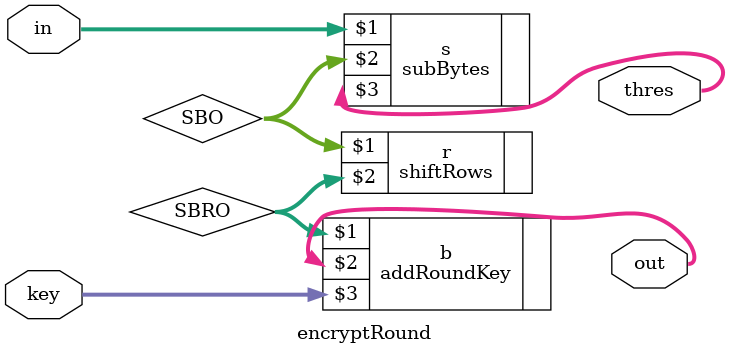
<source format=v>
module encryptRound(in,key,out,thres);
input [127:0] in;
output [127:0] out;
input [127:0] key;
output [127:0] thres;

wire [127:0] SBRO; //Shift Row Output
wire [127:0] SBO; //Sub Bytes Output


subBytes s(in,SBO,thres);
shiftRows r(SBO,SBRO);
addRoundKey b(SBRO,out,key);
		
endmodule
</source>
